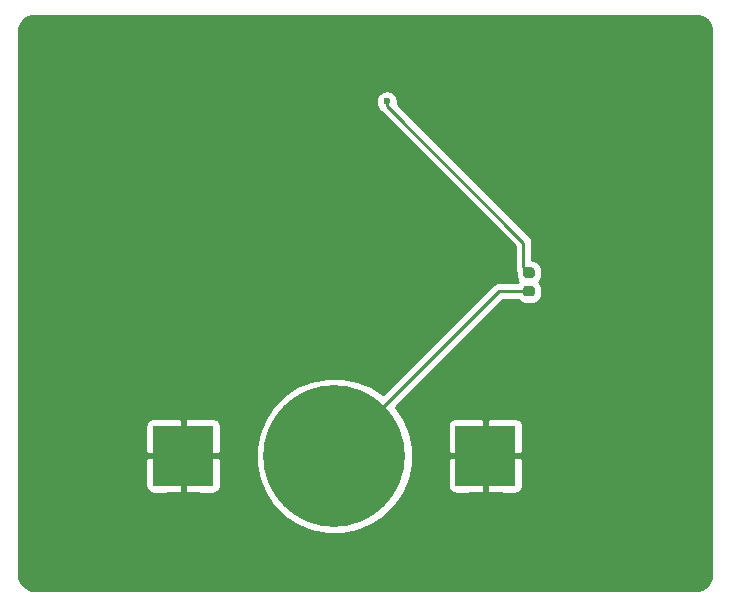
<source format=gbr>
G04 #@! TF.GenerationSoftware,KiCad,Pcbnew,(5.1.4)-1*
G04 #@! TF.CreationDate,2020-02-12T22:39:29-05:00*
G04 #@! TF.ProjectId,uradisappointment,75726164-6973-4617-9070-6f696e746d65,rev?*
G04 #@! TF.SameCoordinates,Original*
G04 #@! TF.FileFunction,Copper,L2,Bot*
G04 #@! TF.FilePolarity,Positive*
%FSLAX46Y46*%
G04 Gerber Fmt 4.6, Leading zero omitted, Abs format (unit mm)*
G04 Created by KiCad (PCBNEW (5.1.4)-1) date 2020-02-12 22:39:29*
%MOMM*%
%LPD*%
G04 APERTURE LIST*
%ADD10C,0.100000*%
%ADD11C,0.875000*%
%ADD12C,12.000000*%
%ADD13R,5.100000X5.100000*%
%ADD14C,0.600000*%
%ADD15C,0.250000*%
%ADD16C,0.254000*%
G04 APERTURE END LIST*
D10*
G36*
X14146091Y1426947D02*
G01*
X14167326Y1423797D01*
X14188150Y1418581D01*
X14208362Y1411349D01*
X14227768Y1402170D01*
X14246181Y1391134D01*
X14263424Y1378346D01*
X14279330Y1363930D01*
X14293746Y1348024D01*
X14306534Y1330781D01*
X14317570Y1312368D01*
X14326749Y1292962D01*
X14333981Y1272750D01*
X14339197Y1251926D01*
X14342347Y1230691D01*
X14343400Y1209250D01*
X14343400Y771750D01*
X14342347Y750309D01*
X14339197Y729074D01*
X14333981Y708250D01*
X14326749Y688038D01*
X14317570Y668632D01*
X14306534Y650219D01*
X14293746Y632976D01*
X14279330Y617070D01*
X14263424Y602654D01*
X14246181Y589866D01*
X14227768Y578830D01*
X14208362Y569651D01*
X14188150Y562419D01*
X14167326Y557203D01*
X14146091Y554053D01*
X14124650Y553000D01*
X13612150Y553000D01*
X13590709Y554053D01*
X13569474Y557203D01*
X13548650Y562419D01*
X13528438Y569651D01*
X13509032Y578830D01*
X13490619Y589866D01*
X13473376Y602654D01*
X13457470Y617070D01*
X13443054Y632976D01*
X13430266Y650219D01*
X13419230Y668632D01*
X13410051Y688038D01*
X13402819Y708250D01*
X13397603Y729074D01*
X13394453Y750309D01*
X13393400Y771750D01*
X13393400Y1209250D01*
X13394453Y1230691D01*
X13397603Y1251926D01*
X13402819Y1272750D01*
X13410051Y1292962D01*
X13419230Y1312368D01*
X13430266Y1330781D01*
X13443054Y1348024D01*
X13457470Y1363930D01*
X13473376Y1378346D01*
X13490619Y1391134D01*
X13509032Y1402170D01*
X13528438Y1411349D01*
X13548650Y1418581D01*
X13569474Y1423797D01*
X13590709Y1426947D01*
X13612150Y1428000D01*
X14124650Y1428000D01*
X14146091Y1426947D01*
X14146091Y1426947D01*
G37*
D11*
X13868400Y990500D03*
D10*
G36*
X14146091Y3001947D02*
G01*
X14167326Y2998797D01*
X14188150Y2993581D01*
X14208362Y2986349D01*
X14227768Y2977170D01*
X14246181Y2966134D01*
X14263424Y2953346D01*
X14279330Y2938930D01*
X14293746Y2923024D01*
X14306534Y2905781D01*
X14317570Y2887368D01*
X14326749Y2867962D01*
X14333981Y2847750D01*
X14339197Y2826926D01*
X14342347Y2805691D01*
X14343400Y2784250D01*
X14343400Y2346750D01*
X14342347Y2325309D01*
X14339197Y2304074D01*
X14333981Y2283250D01*
X14326749Y2263038D01*
X14317570Y2243632D01*
X14306534Y2225219D01*
X14293746Y2207976D01*
X14279330Y2192070D01*
X14263424Y2177654D01*
X14246181Y2164866D01*
X14227768Y2153830D01*
X14208362Y2144651D01*
X14188150Y2137419D01*
X14167326Y2132203D01*
X14146091Y2129053D01*
X14124650Y2128000D01*
X13612150Y2128000D01*
X13590709Y2129053D01*
X13569474Y2132203D01*
X13548650Y2137419D01*
X13528438Y2144651D01*
X13509032Y2153830D01*
X13490619Y2164866D01*
X13473376Y2177654D01*
X13457470Y2192070D01*
X13443054Y2207976D01*
X13430266Y2225219D01*
X13419230Y2243632D01*
X13410051Y2263038D01*
X13402819Y2283250D01*
X13397603Y2304074D01*
X13394453Y2325309D01*
X13393400Y2346750D01*
X13393400Y2784250D01*
X13394453Y2805691D01*
X13397603Y2826926D01*
X13402819Y2847750D01*
X13410051Y2867962D01*
X13419230Y2887368D01*
X13430266Y2905781D01*
X13443054Y2923024D01*
X13457470Y2938930D01*
X13473376Y2953346D01*
X13490619Y2966134D01*
X13509032Y2977170D01*
X13528438Y2986349D01*
X13548650Y2993581D01*
X13569474Y2998797D01*
X13590709Y3001947D01*
X13612150Y3003000D01*
X14124650Y3003000D01*
X14146091Y3001947D01*
X14146091Y3001947D01*
G37*
D11*
X13868400Y2565500D03*
D12*
X-2616200Y-12954000D03*
D13*
X-15416200Y-12954000D03*
X10183800Y-12954000D03*
D14*
X3733800Y17068800D03*
X1831100Y17068800D03*
D15*
X11328300Y990500D02*
X13868400Y990500D01*
X-2616200Y-12954000D02*
X11328300Y990500D01*
X13406788Y3027112D02*
X13406788Y5109812D01*
X13868400Y2565500D02*
X13406788Y3027112D01*
X13406788Y5109812D02*
X1831100Y16685500D01*
X1831100Y16685500D02*
X1831100Y17068800D01*
D16*
G36*
X28254782Y24286733D02*
G01*
X28499855Y24212741D01*
X28725890Y24092557D01*
X28924281Y23930752D01*
X29087460Y23733503D01*
X29209220Y23508313D01*
X29284924Y23263753D01*
X29315001Y22977592D01*
X29315000Y-22966495D01*
X29286733Y-23254782D01*
X29212741Y-23499855D01*
X29092554Y-23725893D01*
X28930754Y-23924279D01*
X28733503Y-24087460D01*
X28508310Y-24209221D01*
X28263753Y-24284924D01*
X27977602Y-24315000D01*
X-27938040Y-24315000D01*
X-28254242Y-24283996D01*
X-28498790Y-24210163D01*
X-28724346Y-24090232D01*
X-28922315Y-23928773D01*
X-29085149Y-23731941D01*
X-29206649Y-23507230D01*
X-29282191Y-23263193D01*
X-29312211Y-22977569D01*
X-29312664Y-15504000D01*
X-18604272Y-15504000D01*
X-18592012Y-15628482D01*
X-18555702Y-15748180D01*
X-18496737Y-15858494D01*
X-18417385Y-15955185D01*
X-18320694Y-16034537D01*
X-18210380Y-16093502D01*
X-18090682Y-16129812D01*
X-17966200Y-16142072D01*
X-15701950Y-16139000D01*
X-15543200Y-15980250D01*
X-15543200Y-13081000D01*
X-15289200Y-13081000D01*
X-15289200Y-15980250D01*
X-15130450Y-16139000D01*
X-12866200Y-16142072D01*
X-12741718Y-16129812D01*
X-12622020Y-16093502D01*
X-12511706Y-16034537D01*
X-12415015Y-15955185D01*
X-12335663Y-15858494D01*
X-12276698Y-15748180D01*
X-12240388Y-15628482D01*
X-12228128Y-15504000D01*
X-12231200Y-13239750D01*
X-12389950Y-13081000D01*
X-15289200Y-13081000D01*
X-15543200Y-13081000D01*
X-18442450Y-13081000D01*
X-18601200Y-13239750D01*
X-18604272Y-15504000D01*
X-29312664Y-15504000D01*
X-29312973Y-10404000D01*
X-18604272Y-10404000D01*
X-18601200Y-12668250D01*
X-18442450Y-12827000D01*
X-15543200Y-12827000D01*
X-15543200Y-9927750D01*
X-15289200Y-9927750D01*
X-15289200Y-12827000D01*
X-12389950Y-12827000D01*
X-12231200Y-12668250D01*
X-12230702Y-12300510D01*
X-9251200Y-12300510D01*
X-9251200Y-13607490D01*
X-8996221Y-14889358D01*
X-8496061Y-16096851D01*
X-7769941Y-17183566D01*
X-6845766Y-18107741D01*
X-5759051Y-18833861D01*
X-4551558Y-19334021D01*
X-3269690Y-19589000D01*
X-1962710Y-19589000D01*
X-680842Y-19334021D01*
X526651Y-18833861D01*
X1613366Y-18107741D01*
X2537541Y-17183566D01*
X3263661Y-16096851D01*
X3509227Y-15504000D01*
X6995728Y-15504000D01*
X7007988Y-15628482D01*
X7044298Y-15748180D01*
X7103263Y-15858494D01*
X7182615Y-15955185D01*
X7279306Y-16034537D01*
X7389620Y-16093502D01*
X7509318Y-16129812D01*
X7633800Y-16142072D01*
X9898050Y-16139000D01*
X10056800Y-15980250D01*
X10056800Y-13081000D01*
X10310800Y-13081000D01*
X10310800Y-15980250D01*
X10469550Y-16139000D01*
X12733800Y-16142072D01*
X12858282Y-16129812D01*
X12977980Y-16093502D01*
X13088294Y-16034537D01*
X13184985Y-15955185D01*
X13264337Y-15858494D01*
X13323302Y-15748180D01*
X13359612Y-15628482D01*
X13371872Y-15504000D01*
X13368800Y-13239750D01*
X13210050Y-13081000D01*
X10310800Y-13081000D01*
X10056800Y-13081000D01*
X7157550Y-13081000D01*
X6998800Y-13239750D01*
X6995728Y-15504000D01*
X3509227Y-15504000D01*
X3763821Y-14889358D01*
X4018800Y-13607490D01*
X4018800Y-12300510D01*
X3763821Y-11018642D01*
X3509228Y-10404000D01*
X6995728Y-10404000D01*
X6998800Y-12668250D01*
X7157550Y-12827000D01*
X10056800Y-12827000D01*
X10056800Y-9927750D01*
X10310800Y-9927750D01*
X10310800Y-12827000D01*
X13210050Y-12827000D01*
X13368800Y-12668250D01*
X13371872Y-10404000D01*
X13359612Y-10279518D01*
X13323302Y-10159820D01*
X13264337Y-10049506D01*
X13184985Y-9952815D01*
X13088294Y-9873463D01*
X12977980Y-9814498D01*
X12858282Y-9778188D01*
X12733800Y-9765928D01*
X10469550Y-9769000D01*
X10310800Y-9927750D01*
X10056800Y-9927750D01*
X9898050Y-9769000D01*
X7633800Y-9765928D01*
X7509318Y-9778188D01*
X7389620Y-9814498D01*
X7279306Y-9873463D01*
X7182615Y-9952815D01*
X7103263Y-10049506D01*
X7044298Y-10159820D01*
X7007988Y-10279518D01*
X6995728Y-10404000D01*
X3509228Y-10404000D01*
X3263661Y-9811149D01*
X2597873Y-8814728D01*
X11643102Y230500D01*
X12953257Y230500D01*
X13006285Y165885D01*
X13136125Y59329D01*
X13284258Y-19850D01*
X13444992Y-68608D01*
X13612150Y-85072D01*
X14124650Y-85072D01*
X14291808Y-68608D01*
X14452542Y-19850D01*
X14600675Y59329D01*
X14730515Y165885D01*
X14837071Y295725D01*
X14916250Y443858D01*
X14965008Y604592D01*
X14981472Y771750D01*
X14981472Y1209250D01*
X14965008Y1376408D01*
X14916250Y1537142D01*
X14837071Y1685275D01*
X14760974Y1778000D01*
X14837071Y1870725D01*
X14916250Y2018858D01*
X14965008Y2179592D01*
X14981472Y2346750D01*
X14981472Y2784250D01*
X14965008Y2951408D01*
X14916250Y3112142D01*
X14837071Y3260275D01*
X14730515Y3390115D01*
X14600675Y3496671D01*
X14452542Y3575850D01*
X14291808Y3624608D01*
X14166788Y3636922D01*
X14166788Y5072489D01*
X14170464Y5109812D01*
X14166788Y5147135D01*
X14166788Y5147145D01*
X14155791Y5258798D01*
X14112334Y5402059D01*
X14041762Y5534089D01*
X13970587Y5620815D01*
X13946789Y5649813D01*
X13917791Y5673611D01*
X2740979Y16850422D01*
X2766100Y16976711D01*
X2766100Y17160889D01*
X2730168Y17341529D01*
X2659686Y17511689D01*
X2557362Y17664828D01*
X2427128Y17795062D01*
X2273989Y17897386D01*
X2103829Y17967868D01*
X1923189Y18003800D01*
X1739011Y18003800D01*
X1558371Y17967868D01*
X1388211Y17897386D01*
X1235072Y17795062D01*
X1104838Y17664828D01*
X1002514Y17511689D01*
X932032Y17341529D01*
X896100Y17160889D01*
X896100Y16976711D01*
X932032Y16796071D01*
X1002514Y16625911D01*
X1098602Y16482105D01*
X1101433Y16472772D01*
X1125554Y16393254D01*
X1196126Y16261224D01*
X1213369Y16240214D01*
X1291099Y16145499D01*
X1320103Y16121696D01*
X12646789Y4795009D01*
X12646788Y3064435D01*
X12643112Y3027112D01*
X12646788Y2989790D01*
X12646788Y2989780D01*
X12657785Y2878127D01*
X12686262Y2784250D01*
X12701242Y2734866D01*
X12755328Y2633679D01*
X12755328Y2346750D01*
X12771792Y2179592D01*
X12820550Y2018858D01*
X12899729Y1870725D01*
X12975826Y1778000D01*
X12953257Y1750500D01*
X11365622Y1750500D01*
X11328299Y1754176D01*
X11290977Y1750500D01*
X11290967Y1750500D01*
X11179314Y1739503D01*
X11036053Y1696046D01*
X10904023Y1625474D01*
X10820383Y1556832D01*
X10788299Y1530501D01*
X10764501Y1501503D01*
X1523072Y-7739927D01*
X526651Y-7074139D01*
X-680842Y-6573979D01*
X-1962710Y-6319000D01*
X-3269690Y-6319000D01*
X-4551558Y-6573979D01*
X-5759051Y-7074139D01*
X-6845766Y-7800259D01*
X-7769941Y-8724434D01*
X-8496061Y-9811149D01*
X-8996221Y-11018642D01*
X-9251200Y-12300510D01*
X-12230702Y-12300510D01*
X-12228128Y-10404000D01*
X-12240388Y-10279518D01*
X-12276698Y-10159820D01*
X-12335663Y-10049506D01*
X-12415015Y-9952815D01*
X-12511706Y-9873463D01*
X-12622020Y-9814498D01*
X-12741718Y-9778188D01*
X-12866200Y-9765928D01*
X-15130450Y-9769000D01*
X-15289200Y-9927750D01*
X-15543200Y-9927750D01*
X-15701950Y-9769000D01*
X-17966200Y-9765928D01*
X-18090682Y-9778188D01*
X-18210380Y-9814498D01*
X-18320694Y-9873463D01*
X-18417385Y-9952815D01*
X-18496737Y-10049506D01*
X-18555702Y-10159820D01*
X-18592012Y-10279518D01*
X-18604272Y-10404000D01*
X-29312973Y-10404000D01*
X-29314999Y22966506D01*
X-29286733Y23254782D01*
X-29212741Y23499855D01*
X-29092557Y23725890D01*
X-28930752Y23924281D01*
X-28733503Y24087460D01*
X-28508313Y24209220D01*
X-28263753Y24284924D01*
X-27977602Y24315000D01*
X27966495Y24315000D01*
X28254782Y24286733D01*
X28254782Y24286733D01*
G37*
X28254782Y24286733D02*
X28499855Y24212741D01*
X28725890Y24092557D01*
X28924281Y23930752D01*
X29087460Y23733503D01*
X29209220Y23508313D01*
X29284924Y23263753D01*
X29315001Y22977592D01*
X29315000Y-22966495D01*
X29286733Y-23254782D01*
X29212741Y-23499855D01*
X29092554Y-23725893D01*
X28930754Y-23924279D01*
X28733503Y-24087460D01*
X28508310Y-24209221D01*
X28263753Y-24284924D01*
X27977602Y-24315000D01*
X-27938040Y-24315000D01*
X-28254242Y-24283996D01*
X-28498790Y-24210163D01*
X-28724346Y-24090232D01*
X-28922315Y-23928773D01*
X-29085149Y-23731941D01*
X-29206649Y-23507230D01*
X-29282191Y-23263193D01*
X-29312211Y-22977569D01*
X-29312664Y-15504000D01*
X-18604272Y-15504000D01*
X-18592012Y-15628482D01*
X-18555702Y-15748180D01*
X-18496737Y-15858494D01*
X-18417385Y-15955185D01*
X-18320694Y-16034537D01*
X-18210380Y-16093502D01*
X-18090682Y-16129812D01*
X-17966200Y-16142072D01*
X-15701950Y-16139000D01*
X-15543200Y-15980250D01*
X-15543200Y-13081000D01*
X-15289200Y-13081000D01*
X-15289200Y-15980250D01*
X-15130450Y-16139000D01*
X-12866200Y-16142072D01*
X-12741718Y-16129812D01*
X-12622020Y-16093502D01*
X-12511706Y-16034537D01*
X-12415015Y-15955185D01*
X-12335663Y-15858494D01*
X-12276698Y-15748180D01*
X-12240388Y-15628482D01*
X-12228128Y-15504000D01*
X-12231200Y-13239750D01*
X-12389950Y-13081000D01*
X-15289200Y-13081000D01*
X-15543200Y-13081000D01*
X-18442450Y-13081000D01*
X-18601200Y-13239750D01*
X-18604272Y-15504000D01*
X-29312664Y-15504000D01*
X-29312973Y-10404000D01*
X-18604272Y-10404000D01*
X-18601200Y-12668250D01*
X-18442450Y-12827000D01*
X-15543200Y-12827000D01*
X-15543200Y-9927750D01*
X-15289200Y-9927750D01*
X-15289200Y-12827000D01*
X-12389950Y-12827000D01*
X-12231200Y-12668250D01*
X-12230702Y-12300510D01*
X-9251200Y-12300510D01*
X-9251200Y-13607490D01*
X-8996221Y-14889358D01*
X-8496061Y-16096851D01*
X-7769941Y-17183566D01*
X-6845766Y-18107741D01*
X-5759051Y-18833861D01*
X-4551558Y-19334021D01*
X-3269690Y-19589000D01*
X-1962710Y-19589000D01*
X-680842Y-19334021D01*
X526651Y-18833861D01*
X1613366Y-18107741D01*
X2537541Y-17183566D01*
X3263661Y-16096851D01*
X3509227Y-15504000D01*
X6995728Y-15504000D01*
X7007988Y-15628482D01*
X7044298Y-15748180D01*
X7103263Y-15858494D01*
X7182615Y-15955185D01*
X7279306Y-16034537D01*
X7389620Y-16093502D01*
X7509318Y-16129812D01*
X7633800Y-16142072D01*
X9898050Y-16139000D01*
X10056800Y-15980250D01*
X10056800Y-13081000D01*
X10310800Y-13081000D01*
X10310800Y-15980250D01*
X10469550Y-16139000D01*
X12733800Y-16142072D01*
X12858282Y-16129812D01*
X12977980Y-16093502D01*
X13088294Y-16034537D01*
X13184985Y-15955185D01*
X13264337Y-15858494D01*
X13323302Y-15748180D01*
X13359612Y-15628482D01*
X13371872Y-15504000D01*
X13368800Y-13239750D01*
X13210050Y-13081000D01*
X10310800Y-13081000D01*
X10056800Y-13081000D01*
X7157550Y-13081000D01*
X6998800Y-13239750D01*
X6995728Y-15504000D01*
X3509227Y-15504000D01*
X3763821Y-14889358D01*
X4018800Y-13607490D01*
X4018800Y-12300510D01*
X3763821Y-11018642D01*
X3509228Y-10404000D01*
X6995728Y-10404000D01*
X6998800Y-12668250D01*
X7157550Y-12827000D01*
X10056800Y-12827000D01*
X10056800Y-9927750D01*
X10310800Y-9927750D01*
X10310800Y-12827000D01*
X13210050Y-12827000D01*
X13368800Y-12668250D01*
X13371872Y-10404000D01*
X13359612Y-10279518D01*
X13323302Y-10159820D01*
X13264337Y-10049506D01*
X13184985Y-9952815D01*
X13088294Y-9873463D01*
X12977980Y-9814498D01*
X12858282Y-9778188D01*
X12733800Y-9765928D01*
X10469550Y-9769000D01*
X10310800Y-9927750D01*
X10056800Y-9927750D01*
X9898050Y-9769000D01*
X7633800Y-9765928D01*
X7509318Y-9778188D01*
X7389620Y-9814498D01*
X7279306Y-9873463D01*
X7182615Y-9952815D01*
X7103263Y-10049506D01*
X7044298Y-10159820D01*
X7007988Y-10279518D01*
X6995728Y-10404000D01*
X3509228Y-10404000D01*
X3263661Y-9811149D01*
X2597873Y-8814728D01*
X11643102Y230500D01*
X12953257Y230500D01*
X13006285Y165885D01*
X13136125Y59329D01*
X13284258Y-19850D01*
X13444992Y-68608D01*
X13612150Y-85072D01*
X14124650Y-85072D01*
X14291808Y-68608D01*
X14452542Y-19850D01*
X14600675Y59329D01*
X14730515Y165885D01*
X14837071Y295725D01*
X14916250Y443858D01*
X14965008Y604592D01*
X14981472Y771750D01*
X14981472Y1209250D01*
X14965008Y1376408D01*
X14916250Y1537142D01*
X14837071Y1685275D01*
X14760974Y1778000D01*
X14837071Y1870725D01*
X14916250Y2018858D01*
X14965008Y2179592D01*
X14981472Y2346750D01*
X14981472Y2784250D01*
X14965008Y2951408D01*
X14916250Y3112142D01*
X14837071Y3260275D01*
X14730515Y3390115D01*
X14600675Y3496671D01*
X14452542Y3575850D01*
X14291808Y3624608D01*
X14166788Y3636922D01*
X14166788Y5072489D01*
X14170464Y5109812D01*
X14166788Y5147135D01*
X14166788Y5147145D01*
X14155791Y5258798D01*
X14112334Y5402059D01*
X14041762Y5534089D01*
X13970587Y5620815D01*
X13946789Y5649813D01*
X13917791Y5673611D01*
X2740979Y16850422D01*
X2766100Y16976711D01*
X2766100Y17160889D01*
X2730168Y17341529D01*
X2659686Y17511689D01*
X2557362Y17664828D01*
X2427128Y17795062D01*
X2273989Y17897386D01*
X2103829Y17967868D01*
X1923189Y18003800D01*
X1739011Y18003800D01*
X1558371Y17967868D01*
X1388211Y17897386D01*
X1235072Y17795062D01*
X1104838Y17664828D01*
X1002514Y17511689D01*
X932032Y17341529D01*
X896100Y17160889D01*
X896100Y16976711D01*
X932032Y16796071D01*
X1002514Y16625911D01*
X1098602Y16482105D01*
X1101433Y16472772D01*
X1125554Y16393254D01*
X1196126Y16261224D01*
X1213369Y16240214D01*
X1291099Y16145499D01*
X1320103Y16121696D01*
X12646789Y4795009D01*
X12646788Y3064435D01*
X12643112Y3027112D01*
X12646788Y2989790D01*
X12646788Y2989780D01*
X12657785Y2878127D01*
X12686262Y2784250D01*
X12701242Y2734866D01*
X12755328Y2633679D01*
X12755328Y2346750D01*
X12771792Y2179592D01*
X12820550Y2018858D01*
X12899729Y1870725D01*
X12975826Y1778000D01*
X12953257Y1750500D01*
X11365622Y1750500D01*
X11328299Y1754176D01*
X11290977Y1750500D01*
X11290967Y1750500D01*
X11179314Y1739503D01*
X11036053Y1696046D01*
X10904023Y1625474D01*
X10820383Y1556832D01*
X10788299Y1530501D01*
X10764501Y1501503D01*
X1523072Y-7739927D01*
X526651Y-7074139D01*
X-680842Y-6573979D01*
X-1962710Y-6319000D01*
X-3269690Y-6319000D01*
X-4551558Y-6573979D01*
X-5759051Y-7074139D01*
X-6845766Y-7800259D01*
X-7769941Y-8724434D01*
X-8496061Y-9811149D01*
X-8996221Y-11018642D01*
X-9251200Y-12300510D01*
X-12230702Y-12300510D01*
X-12228128Y-10404000D01*
X-12240388Y-10279518D01*
X-12276698Y-10159820D01*
X-12335663Y-10049506D01*
X-12415015Y-9952815D01*
X-12511706Y-9873463D01*
X-12622020Y-9814498D01*
X-12741718Y-9778188D01*
X-12866200Y-9765928D01*
X-15130450Y-9769000D01*
X-15289200Y-9927750D01*
X-15543200Y-9927750D01*
X-15701950Y-9769000D01*
X-17966200Y-9765928D01*
X-18090682Y-9778188D01*
X-18210380Y-9814498D01*
X-18320694Y-9873463D01*
X-18417385Y-9952815D01*
X-18496737Y-10049506D01*
X-18555702Y-10159820D01*
X-18592012Y-10279518D01*
X-18604272Y-10404000D01*
X-29312973Y-10404000D01*
X-29314999Y22966506D01*
X-29286733Y23254782D01*
X-29212741Y23499855D01*
X-29092557Y23725890D01*
X-28930752Y23924281D01*
X-28733503Y24087460D01*
X-28508313Y24209220D01*
X-28263753Y24284924D01*
X-27977602Y24315000D01*
X27966495Y24315000D01*
X28254782Y24286733D01*
M02*

</source>
